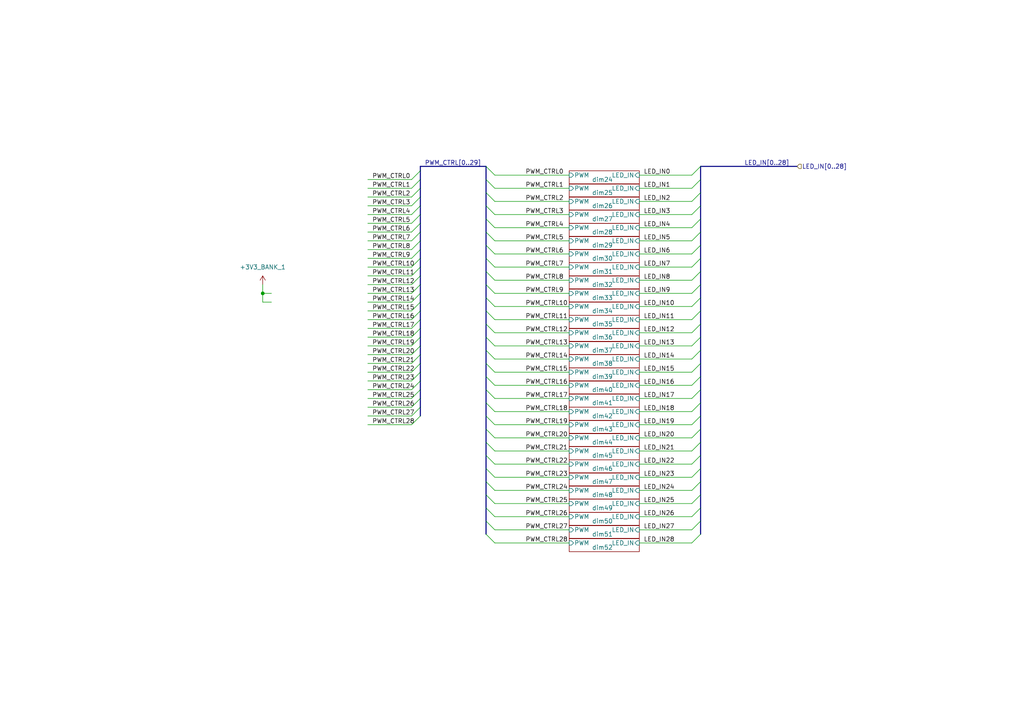
<source format=kicad_sch>
(kicad_sch (version 20231120) (generator "eeschema") (generator_version "8.0")
  (paper "A4")
  (lib_symbols
    (symbol "power:+3V3" (power) (pin_numbers hide) (pin_names (offset 0) hide)
      (property "Value" "+3V3" (at 0 3.556 0))
      (symbol "+3V3_0_1"
        (polyline (pts (xy -0.762 1.27) (xy 0 2.54)))
        (polyline (pts (xy 0 0) (xy 0 2.54)))
        (polyline (pts (xy 0 2.54) (xy 0.762 1.27)))
      )
      (symbol "+3V3_1_1"
        (pin power_in line (at 0 0 90) (length 0) (name "~") (number "1"))
      )
    )
  )
  (junction (at 76.2 85.09))
  (bus_entry (at 121.92 62.23) (size -2.54 2.54))
  (bus_entry (at 203.2 132.08) (size -2.54 2.54))
  (bus_entry (at 121.92 110.49) (size -2.54 2.54))
  (bus_entry (at 140.97 105.41) (size 2.54 2.54))
  (bus_entry (at 140.97 143.51) (size 2.54 2.54))
  (bus_entry (at 140.97 97.79) (size 2.54 2.54))
  (bus_entry (at 203.2 86.36) (size -2.54 2.54))
  (bus_entry (at 121.92 54.61) (size -2.54 2.54))
  (bus_entry (at 203.2 67.31) (size -2.54 2.54))
  (bus_entry (at 121.92 97.79) (size -2.54 2.54))
  (bus_entry (at 121.92 52.07) (size -2.54 2.54))
  (bus_entry (at 121.92 80.01) (size -2.54 2.54))
  (bus_entry (at 140.97 52.07) (size 2.54 2.54))
  (bus_entry (at 203.2 59.69) (size -2.54 2.54))
  (bus_entry (at 140.97 74.93) (size 2.54 2.54))
  (bus_entry (at 140.97 93.98) (size 2.54 2.54))
  (bus_entry (at 140.97 59.69) (size 2.54 2.54))
  (bus_entry (at 121.92 100.33) (size -2.54 2.54))
  (bus_entry (at 203.2 116.84) (size -2.54 2.54))
  (bus_entry (at 121.92 92.71) (size -2.54 2.54))
  (bus_entry (at 140.97 154.94) (size 2.54 2.54))
  (bus_entry (at 121.92 77.47) (size -2.54 2.54))
  (bus_entry (at 203.2 63.5) (size -2.54 2.54))
  (bus_entry (at 140.97 124.46) (size 2.54 2.54))
  (bus_entry (at 203.2 48.26) (size -2.54 2.54))
  (bus_entry (at 203.2 93.98) (size -2.54 2.54))
  (bus_entry (at 121.92 67.31) (size -2.54 2.54))
  (bus_entry (at 121.92 85.09) (size -2.54 2.54))
  (bus_entry (at 121.92 57.15) (size -2.54 2.54))
  (bus_entry (at 203.2 151.13) (size -2.54 2.54))
  (bus_entry (at 203.2 55.88) (size -2.54 2.54))
  (bus_entry (at 140.97 101.6) (size 2.54 2.54))
  (bus_entry (at 140.97 113.03) (size 2.54 2.54))
  (bus_entry (at 121.92 74.93) (size -2.54 2.54))
  (bus_entry (at 140.97 139.7) (size 2.54 2.54))
  (bus_entry (at 121.92 105.41) (size -2.54 2.54))
  (bus_entry (at 140.97 67.31) (size 2.54 2.54))
  (bus_entry (at 203.2 74.93) (size -2.54 2.54))
  (bus_entry (at 121.92 107.95) (size -2.54 2.54))
  (bus_entry (at 121.92 102.87) (size -2.54 2.54))
  (bus_entry (at 140.97 135.89) (size 2.54 2.54))
  (bus_entry (at 203.2 143.51) (size -2.54 2.54))
  (bus_entry (at 203.2 113.03) (size -2.54 2.54))
  (bus_entry (at 140.97 116.84) (size 2.54 2.54))
  (bus_entry (at 203.2 82.55) (size -2.54 2.54))
  (bus_entry (at 203.2 147.32) (size -2.54 2.54))
  (bus_entry (at 140.97 55.88) (size 2.54 2.54))
  (bus_entry (at 121.92 59.69) (size -2.54 2.54))
  (bus_entry (at 203.2 154.94) (size -2.54 2.54))
  (bus_entry (at 140.97 132.08) (size 2.54 2.54))
  (bus_entry (at 121.92 90.17) (size -2.54 2.54))
  (bus_entry (at 140.97 128.27) (size 2.54 2.54))
  (bus_entry (at 203.2 128.27) (size -2.54 2.54))
  (bus_entry (at 140.97 82.55) (size 2.54 2.54))
  (bus_entry (at 121.92 64.77) (size -2.54 2.54))
  (bus_entry (at 140.97 147.32) (size 2.54 2.54))
  (bus_entry (at 203.2 120.65) (size -2.54 2.54))
  (bus_entry (at 140.97 86.36) (size 2.54 2.54))
  (bus_entry (at 121.92 113.03) (size -2.54 2.54))
  (bus_entry (at 203.2 101.6) (size -2.54 2.54))
  (bus_entry (at 140.97 48.26) (size 2.54 2.54))
  (bus_entry (at 140.97 151.13) (size 2.54 2.54))
  (bus_entry (at 203.2 105.41) (size -2.54 2.54))
  (bus_entry (at 140.97 109.22) (size 2.54 2.54))
  (bus_entry (at 121.92 87.63) (size -2.54 2.54))
  (bus_entry (at 121.92 120.65) (size -2.54 2.54))
  (bus_entry (at 140.97 90.17) (size 2.54 2.54))
  (bus_entry (at 203.2 135.89) (size -2.54 2.54))
  (bus_entry (at 121.92 115.57) (size -2.54 2.54))
  (bus_entry (at 121.92 95.25) (size -2.54 2.54))
  (bus_entry (at 203.2 71.12) (size -2.54 2.54))
  (bus_entry (at 203.2 109.22) (size -2.54 2.54))
  (bus_entry (at 140.97 78.74) (size 2.54 2.54))
  (bus_entry (at 203.2 139.7) (size -2.54 2.54))
  (bus_entry (at 140.97 63.5) (size 2.54 2.54))
  (bus_entry (at 121.92 118.11) (size -2.54 2.54))
  (bus_entry (at 203.2 90.17) (size -2.54 2.54))
  (bus_entry (at 203.2 97.79) (size -2.54 2.54))
  (bus_entry (at 140.97 71.12) (size 2.54 2.54))
  (bus_entry (at 140.97 120.65) (size 2.54 2.54))
  (bus_entry (at 121.92 49.53) (size -2.54 2.54))
  (bus_entry (at 121.92 69.85) (size -2.54 2.54))
  (bus_entry (at 203.2 78.74) (size -2.54 2.54))
  (bus_entry (at 203.2 124.46) (size -2.54 2.54))
  (bus_entry (at 121.92 72.39) (size -2.54 2.54))
  (bus_entry (at 121.92 82.55) (size -2.54 2.54))
  (bus_entry (at 203.2 52.07) (size -2.54 2.54))
  (bus (pts (xy 121.92 48.26) (xy 140.97 48.26)))
  (wire (pts (xy 106.68 92.71) (xy 119.38 92.71)))
  (bus (pts (xy 203.2 63.5) (xy 203.2 59.69)))
  (wire (pts (xy 185.42 130.81) (xy 200.66 130.81)))
  (wire (pts (xy 106.68 64.77) (xy 119.38 64.77)))
  (wire (pts (xy 106.68 97.79) (xy 119.38 97.79)))
  (bus (pts (xy 140.97 151.13) (xy 140.97 154.94)))
  (wire (pts (xy 185.42 123.19) (xy 200.66 123.19)))
  (bus (pts (xy 203.2 116.84) (xy 203.2 113.03)))
  (bus (pts (xy 140.97 82.55) (xy 140.97 86.36)))
  (bus (pts (xy 140.97 93.98) (xy 140.97 97.79)))
  (bus (pts (xy 121.92 64.77) (xy 121.92 67.31)))
  (wire (pts (xy 185.42 153.67) (xy 200.66 153.67)))
  (wire (pts (xy 106.68 52.07) (xy 119.38 52.07)))
  (wire (pts (xy 185.42 92.71) (xy 200.66 92.71)))
  (bus (pts (xy 140.97 67.31) (xy 140.97 71.12)))
  (wire (pts (xy 185.42 54.61) (xy 200.66 54.61)))
  (bus (pts (xy 140.97 78.74) (xy 140.97 82.55)))
  (bus (pts (xy 140.97 143.51) (xy 140.97 147.32)))
  (bus (pts (xy 121.92 105.41) (xy 121.92 107.95)))
  (wire (pts (xy 106.68 80.01) (xy 119.38 80.01)))
  (wire (pts (xy 106.68 82.55) (xy 119.38 82.55)))
  (bus (pts (xy 140.97 147.32) (xy 140.97 151.13)))
  (bus (pts (xy 121.92 62.23) (xy 121.92 64.77)))
  (wire (pts (xy 143.51 138.43) (xy 165.1 138.43)))
  (wire (pts (xy 143.51 69.85) (xy 165.1 69.85)))
  (bus (pts (xy 203.2 97.79) (xy 203.2 93.98)))
  (wire (pts (xy 106.68 107.95) (xy 119.38 107.95)))
  (wire (pts (xy 143.51 92.71) (xy 165.1 92.71)))
  (bus (pts (xy 203.2 128.27) (xy 203.2 124.46)))
  (bus (pts (xy 140.97 139.7) (xy 140.97 143.51)))
  (bus (pts (xy 203.2 52.07) (xy 203.2 48.26)))
  (bus (pts (xy 140.97 132.08) (xy 140.97 135.89)))
  (wire (pts (xy 106.68 90.17) (xy 119.38 90.17)))
  (wire (pts (xy 106.68 105.41) (xy 119.38 105.41)))
  (bus (pts (xy 203.2 109.22) (xy 203.2 105.41)))
  (wire (pts (xy 185.42 66.04) (xy 200.66 66.04)))
  (wire (pts (xy 78.74 87.63) (xy 76.2 87.63)))
  (bus (pts (xy 203.2 74.93) (xy 203.2 71.12)))
  (wire (pts (xy 185.42 77.47) (xy 200.66 77.47)))
  (bus (pts (xy 140.97 48.26) (xy 140.97 52.07)))
  (wire (pts (xy 143.51 153.67) (xy 165.1 153.67)))
  (bus (pts (xy 140.97 86.36) (xy 140.97 90.17)))
  (bus (pts (xy 203.2 78.74) (xy 203.2 74.93)))
  (wire (pts (xy 106.68 102.87) (xy 119.38 102.87)))
  (wire (pts (xy 106.68 113.03) (xy 119.38 113.03)))
  (wire (pts (xy 143.51 149.86) (xy 165.1 149.86)))
  (wire (pts (xy 106.68 54.61) (xy 119.38 54.61)))
  (wire (pts (xy 143.51 100.33) (xy 165.1 100.33)))
  (wire (pts (xy 106.68 72.39) (xy 119.38 72.39)))
  (wire (pts (xy 143.51 73.66) (xy 165.1 73.66)))
  (wire (pts (xy 143.51 142.24) (xy 165.1 142.24)))
  (wire (pts (xy 185.42 50.8) (xy 200.66 50.8)))
  (bus (pts (xy 140.97 71.12) (xy 140.97 74.93)))
  (bus (pts (xy 121.92 100.33) (xy 121.92 102.87)))
  (wire (pts (xy 185.42 104.14) (xy 200.66 104.14)))
  (wire (pts (xy 185.42 127) (xy 200.66 127)))
  (wire (pts (xy 143.51 96.52) (xy 165.1 96.52)))
  (wire (pts (xy 185.42 111.76) (xy 200.66 111.76)))
  (wire (pts (xy 106.68 118.11) (xy 119.38 118.11)))
  (wire (pts (xy 106.68 85.09) (xy 119.38 85.09)))
  (bus (pts (xy 140.97 55.88) (xy 140.97 59.69)))
  (wire (pts (xy 143.51 107.95) (xy 165.1 107.95)))
  (wire (pts (xy 185.42 81.28) (xy 200.66 81.28)))
  (bus (pts (xy 121.92 118.11) (xy 121.92 120.65)))
  (wire (pts (xy 106.68 95.25) (xy 119.38 95.25)))
  (bus (pts (xy 121.92 69.85) (xy 121.92 72.39)))
  (wire (pts (xy 143.51 111.76) (xy 165.1 111.76)))
  (bus (pts (xy 203.2 113.03) (xy 203.2 109.22)))
  (wire (pts (xy 143.51 134.62) (xy 165.1 134.62)))
  (wire (pts (xy 76.2 85.09) (xy 76.2 87.63)))
  (wire (pts (xy 106.68 100.33) (xy 119.38 100.33)))
  (bus (pts (xy 140.97 52.07) (xy 140.97 55.88)))
  (bus (pts (xy 140.97 113.03) (xy 140.97 116.84)))
  (wire (pts (xy 106.68 123.19) (xy 119.38 123.19)))
  (wire (pts (xy 106.68 74.93) (xy 119.38 74.93)))
  (wire (pts (xy 185.42 134.62) (xy 200.66 134.62)))
  (bus (pts (xy 140.97 120.65) (xy 140.97 124.46)))
  (wire (pts (xy 185.42 85.09) (xy 200.66 85.09)))
  (bus (pts (xy 121.92 95.25) (xy 121.92 97.79)))
  (wire (pts (xy 143.51 54.61) (xy 165.1 54.61)))
  (wire (pts (xy 143.51 85.09) (xy 165.1 85.09)))
  (bus (pts (xy 203.2 120.65) (xy 203.2 116.84)))
  (wire (pts (xy 106.68 57.15) (xy 119.38 57.15)))
  (bus (pts (xy 140.97 63.5) (xy 140.97 67.31)))
  (bus (pts (xy 121.92 80.01) (xy 121.92 82.55)))
  (bus (pts (xy 140.97 124.46) (xy 140.97 128.27)))
  (wire (pts (xy 143.51 88.9) (xy 165.1 88.9)))
  (wire (pts (xy 76.2 85.09) (xy 78.74 85.09)))
  (bus (pts (xy 140.97 90.17) (xy 140.97 93.98)))
  (wire (pts (xy 143.51 130.81) (xy 165.1 130.81)))
  (wire (pts (xy 185.42 142.24) (xy 200.66 142.24)))
  (wire (pts (xy 143.51 157.48) (xy 165.1 157.48)))
  (wire (pts (xy 143.51 77.47) (xy 165.1 77.47)))
  (wire (pts (xy 106.68 110.49) (xy 119.38 110.49)))
  (bus (pts (xy 140.97 109.22) (xy 140.97 113.03)))
  (bus (pts (xy 121.92 52.07) (xy 121.92 54.61)))
  (bus (pts (xy 121.92 67.31) (xy 121.92 69.85)))
  (wire (pts (xy 185.42 119.38) (xy 200.66 119.38)))
  (wire (pts (xy 185.42 138.43) (xy 200.66 138.43)))
  (bus (pts (xy 121.92 102.87) (xy 121.92 105.41)))
  (bus (pts (xy 140.97 101.6) (xy 140.97 105.41)))
  (wire (pts (xy 185.42 107.95) (xy 200.66 107.95)))
  (bus (pts (xy 203.2 82.55) (xy 203.2 78.74)))
  (bus (pts (xy 140.97 74.93) (xy 140.97 78.74)))
  (wire (pts (xy 106.68 77.47) (xy 119.38 77.47)))
  (bus (pts (xy 121.92 92.71) (xy 121.92 95.25)))
  (wire (pts (xy 185.42 69.85) (xy 200.66 69.85)))
  (bus (pts (xy 203.2 101.6) (xy 203.2 97.79)))
  (bus (pts (xy 140.97 59.69) (xy 140.97 63.5)))
  (wire (pts (xy 143.51 62.23) (xy 165.1 62.23)))
  (bus (pts (xy 140.97 135.89) (xy 140.97 139.7)))
  (bus (pts (xy 203.2 132.08) (xy 203.2 128.27)))
  (bus (pts (xy 203.2 67.31) (xy 203.2 63.5)))
  (bus (pts (xy 140.97 97.79) (xy 140.97 101.6)))
  (bus (pts (xy 121.92 97.79) (xy 121.92 100.33)))
  (wire (pts (xy 185.42 58.42) (xy 200.66 58.42)))
  (wire (pts (xy 143.51 115.57) (xy 165.1 115.57)))
  (wire (pts (xy 143.51 104.14) (xy 165.1 104.14)))
  (bus (pts (xy 203.2 124.46) (xy 203.2 120.65)))
  (bus (pts (xy 203.2 48.26) (xy 231.14 48.26)))
  (bus (pts (xy 121.92 107.95) (xy 121.92 110.49)))
  (wire (pts (xy 106.68 87.63) (xy 119.38 87.63)))
  (wire (pts (xy 143.51 50.8) (xy 165.1 50.8)))
  (wire (pts (xy 76.2 82.55) (xy 76.2 85.09)))
  (bus (pts (xy 121.92 85.09) (xy 121.92 87.63)))
  (bus (pts (xy 203.2 105.41) (xy 203.2 101.6)))
  (wire (pts (xy 143.51 123.19) (xy 165.1 123.19)))
  (bus (pts (xy 140.97 116.84) (xy 140.97 120.65)))
  (wire (pts (xy 185.42 73.66) (xy 200.66 73.66)))
  (wire (pts (xy 185.42 100.33) (xy 200.66 100.33)))
  (bus (pts (xy 121.92 82.55) (xy 121.92 85.09)))
  (bus (pts (xy 203.2 135.89) (xy 203.2 139.7)))
  (wire (pts (xy 143.51 146.05) (xy 165.1 146.05)))
  (bus (pts (xy 203.2 59.69) (xy 203.2 55.88)))
  (bus (pts (xy 121.92 115.57) (xy 121.92 118.11)))
  (wire (pts (xy 106.68 59.69) (xy 119.38 59.69)))
  (wire (pts (xy 185.42 146.05) (xy 200.66 146.05)))
  (bus (pts (xy 203.2 143.51) (xy 203.2 147.32)))
  (wire (pts (xy 106.68 120.65) (xy 119.38 120.65)))
  (bus (pts (xy 121.92 57.15) (xy 121.92 59.69)))
  (wire (pts (xy 106.68 67.31) (xy 119.38 67.31)))
  (bus (pts (xy 140.97 128.27) (xy 140.97 132.08)))
  (bus (pts (xy 203.2 71.12) (xy 203.2 67.31)))
  (wire (pts (xy 106.68 62.23) (xy 119.38 62.23)))
  (wire (pts (xy 143.51 58.42) (xy 165.1 58.42)))
  (bus (pts (xy 203.2 135.89) (xy 203.2 132.08)))
  (bus (pts (xy 121.92 54.61) (xy 121.92 57.15)))
  (wire (pts (xy 143.51 119.38) (xy 165.1 119.38)))
  (wire (pts (xy 185.42 62.23) (xy 200.66 62.23)))
  (bus (pts (xy 203.2 93.98) (xy 203.2 90.17)))
  (bus (pts (xy 121.92 74.93) (xy 121.92 77.47)))
  (wire (pts (xy 185.42 149.86) (xy 200.66 149.86)))
  (bus (pts (xy 203.2 55.88) (xy 203.2 52.07)))
  (bus (pts (xy 121.92 113.03) (xy 121.92 115.57)))
  (wire (pts (xy 143.51 127) (xy 165.1 127)))
  (bus (pts (xy 140.97 105.41) (xy 140.97 109.22)))
  (wire (pts (xy 185.42 157.48) (xy 200.66 157.48)))
  (bus (pts (xy 121.92 87.63) (xy 121.92 90.17)))
  (bus (pts (xy 203.2 147.32) (xy 203.2 151.13)))
  (wire (pts (xy 185.42 115.57) (xy 200.66 115.57)))
  (wire (pts (xy 185.42 88.9) (xy 200.66 88.9)))
  (bus (pts (xy 121.92 72.39) (xy 121.92 74.93)))
  (bus (pts (xy 203.2 139.7) (xy 203.2 143.51)))
  (wire (pts (xy 106.68 69.85) (xy 119.38 69.85)))
  (bus (pts (xy 121.92 48.26) (xy 121.92 49.53)))
  (bus (pts (xy 121.92 77.47) (xy 121.92 80.01)))
  (bus (pts (xy 203.2 86.36) (xy 203.2 82.55)))
  (wire (pts (xy 106.68 115.57) (xy 119.38 115.57)))
  (bus (pts (xy 121.92 90.17) (xy 121.92 92.71)))
  (wire (pts (xy 185.42 96.52) (xy 200.66 96.52)))
  (bus (pts (xy 121.92 59.69) (xy 121.92 62.23)))
  (wire (pts (xy 143.51 81.28) (xy 165.1 81.28)))
  (bus (pts (xy 203.2 90.17) (xy 203.2 86.36)))
  (wire (pts (xy 143.51 66.04) (xy 165.1 66.04)))
  (bus (pts (xy 121.92 110.49) (xy 121.92 113.03)))
  (bus (pts (xy 121.92 49.53) (xy 121.92 52.07)))
  (bus (pts (xy 203.2 151.13) (xy 203.2 154.94)))
  (label "LED_IN28" (at 186.69 157.48 0))
  (label "PWM_CTRL16" (at 107.95 92.71 0))
  (label "LED_IN14" (at 186.69 104.14 0))
  (label "PWM_CTRL28" (at 107.95 123.19 0))
  (label "LED_IN17" (at 186.69 115.57 0))
  (label "PWM_CTRL7" (at 107.95 69.85 0))
  (label "PWM_CTRL27" (at 152.4 153.67 0))
  (label "LED_IN8" (at 186.69 81.28 0))
  (label "LED_IN6" (at 186.69 73.66 0))
  (label "PWM_CTRL25" (at 152.4 146.05 0))
  (label "PWM_CTRL19" (at 152.4 123.19 0))
  (label "PWM_CTRL10" (at 152.4 88.9 0))
  (label "PWM_CTRL25" (at 107.95 115.57 0))
  (label "LED_IN3" (at 186.69 62.23 0))
  (label "LED_IN23" (at 186.69 138.43 0))
  (label "PWM_CTRL4" (at 152.4 66.04 0))
  (label "PWM_CTRL15" (at 107.95 90.17 0))
  (label "PWM_CTRL16" (at 152.4 111.76 0))
  (label "LED_IN22" (at 186.69 134.62 0))
  (label "LED_IN2" (at 186.69 58.42 0))
  (label "PWM_CTRL9" (at 107.95 74.93 0))
  (label "PWM_CTRL24" (at 107.95 113.03 0))
  (label "PWM_CTRL18" (at 107.95 97.79 0))
  (label "PWM_CTRL0" (at 152.4 50.8 0))
  (label "PWM_CTRL21" (at 107.95 105.41 0))
  (label "PWM_CTRL11" (at 152.4 92.71 0))
  (label "PWM_CTRL2" (at 152.4 58.42 0))
  (label "LED_IN27" (at 186.69 153.67 0))
  (label "LED_IN11" (at 186.69 92.71 0))
  (label "PWM_CTRL26" (at 107.95 118.11 0))
  (label "LED_IN[0..28]" (at 215.9 48.26 0))
  (label "PWM_CTRL14" (at 107.95 87.63 0))
  (label "PWM_CTRL15" (at 152.4 107.95 0))
  (label "PWM_CTRL6" (at 107.95 67.31 0))
  (label "PWM_CTRL17" (at 107.95 95.25 0))
  (label "PWM_CTRL5" (at 152.4 69.85 0))
  (label "PWM_CTRL7" (at 152.4 77.47 0))
  (label "LED_IN7" (at 186.69 77.47 0))
  (label "PWM_CTRL13" (at 152.4 100.33 0))
  (label "PWM_CTRL26" (at 152.4 149.86 0))
  (label "PWM_CTRL1" (at 152.4 54.61 0))
  (label "LED_IN19" (at 186.69 123.19 0))
  (label "LED_IN9" (at 186.69 85.09 0))
  (label "PWM_CTRL24" (at 152.4 142.24 0))
  (label "PWM_CTRL20" (at 152.4 127 0))
  (label "LED_IN25" (at 186.69 146.05 0))
  (label "PWM_CTRL8" (at 152.4 81.28 0))
  (label "LED_IN13" (at 186.69 100.33 0))
  (label "PWM_CTRL14" (at 152.4 104.14 0))
  (label "LED_IN26" (at 186.69 149.86 0))
  (label "PWM_CTRL5" (at 107.95 64.77 0))
  (label "PWM_CTRL1" (at 107.95 54.61 0))
  (label "PWM_CTRL23" (at 107.95 110.49 0))
  (label "PWM_CTRL8" (at 107.95 72.39 0))
  (label "PWM_CTRL12" (at 107.95 82.55 0))
  (label "PWM_CTRL2" (at 107.95 57.15 0))
  (label "PWM_CTRL22" (at 107.95 107.95 0))
  (label "PWM_CTRL10" (at 107.95 77.47 0))
  (label "PWM_CTRL4" (at 107.95 62.23 0))
  (label "LED_IN24" (at 186.69 142.24 0))
  (label "PWM_CTRL20" (at 107.95 102.87 0))
  (label "PWM_CTRL9" (at 152.4 85.09 0))
  (label "LED_IN12" (at 186.69 96.52 0))
  (label "PWM_CTRL27" (at 107.95 120.65 0))
  (label "PWM_CTRL11" (at 107.95 80.01 0))
  (label "PWM_CTRL0" (at 107.95 52.07 0))
  (label "PWM_CTRL17" (at 152.4 115.57 0))
  (label "LED_IN4" (at 186.69 66.04 0))
  (label "PWM_CTRL12" (at 152.4 96.52 0))
  (label "LED_IN15" (at 186.69 107.95 0))
  (label "LED_IN18" (at 186.69 119.38 0))
  (label "PWM_CTRL19" (at 107.95 100.33 0))
  (label "PWM_CTRL28" (at 152.4 157.48 0))
  (label "LED_IN5" (at 186.69 69.85 0))
  (label "PWM_CTRL3" (at 152.4 62.23 0))
  (label "PWM_CTRL22" (at 152.4 134.62 0))
  (label "PWM_CTRL[0..29]" (at 123.19 48.26 0))
  (label "PWM_CTRL18" (at 152.4 119.38 0))
  (label "PWM_CTRL21" (at 152.4 130.81 0))
  (label "LED_IN0" (at 186.69 50.8 0))
  (label "PWM_CTRL23" (at 152.4 138.43 0))
  (label "LED_IN21" (at 186.69 130.81 0))
  (label "LED_IN10" (at 186.69 88.9 0))
  (label "LED_IN20" (at 186.69 127 0))
  (label "PWM_CTRL6" (at 152.4 73.66 0))
  (label "LED_IN16" (at 186.69 111.76 0))
  (label "PWM_CTRL3" (at 107.95 59.69 0))
  (label "PWM_CTRL13" (at 107.95 85.09 0))
  (label "LED_IN1" (at 186.69 54.61 0))
  (hierarchical_label "LED_IN[0..28]" (shape input) (at 231.14 48.26 0))
  (symbol (lib_id "power:+3V3") (at 76.2 82.55 0) (unit 1)
    (property "Reference" "#PWR091" (effects (hide yes)))
    (property "Value" "+3V3_BANK_1" (at 76.2 77.47 0))
    (property "Description" "Power symbol creates a global label with name \"+3V3\"" (effects (hide yes)))
  )
  (sheet (at 165.1 53.34) (size 20.32 3.81) (stroke (width 0.1524))
    (property "Sheetname" "dim25" (at 171.704 56.642 0) (effects (justify left bottom)))
    (property "Sheetfile" "dim.kicad_sch" (effects (hide yes)))
    (pin "LED_IN" input (at 185.42 54.61 0))
    (pin "PWM" input (at 165.1 54.61 180))
  )
  (sheet (at 165.1 118.11) (size 20.32 3.81) (stroke (width 0.1524))
    (property "Sheetname" "dim42" (at 171.704 121.412 0) (effects (justify left bottom)))
    (property "Sheetfile" "dim.kicad_sch" (effects (hide yes)))
    (pin "LED_IN" input (at 185.42 119.38 0))
    (pin "PWM" input (at 165.1 119.38 180))
  )
  (sheet (at 165.1 57.15) (size 20.32 3.81) (stroke (width 0.1524))
    (property "Sheetname" "dim26" (at 171.704 60.452 0) (effects (justify left bottom)))
    (property "Sheetfile" "dim.kicad_sch" (effects (hide yes)))
    (pin "LED_IN" input (at 185.42 58.42 0))
    (pin "PWM" input (at 165.1 58.42 180))
  )
  (sheet (at 165.1 106.68) (size 20.32 3.81) (stroke (width 0.1524))
    (property "Sheetname" "dim39" (at 171.704 109.982 0) (effects (justify left bottom)))
    (property "Sheetfile" "dim.kicad_sch" (effects (hide yes)))
    (pin "LED_IN" input (at 185.42 107.95 0))
    (pin "PWM" input (at 165.1 107.95 180))
  )
  (sheet (at 165.1 110.49) (size 20.32 3.81) (stroke (width 0.1524))
    (property "Sheetname" "dim40" (at 171.704 113.792 0) (effects (justify left bottom)))
    (property "Sheetfile" "dim.kicad_sch" (effects (hide yes)))
    (pin "LED_IN" input (at 185.42 111.76 0))
    (pin "PWM" input (at 165.1 111.76 180))
  )
  (sheet (at 165.1 140.97) (size 20.32 3.81) (stroke (width 0.1524))
    (property "Sheetname" "dim48" (at 171.704 144.272 0) (effects (justify left bottom)))
    (property "Sheetfile" "dim.kicad_sch" (effects (hide yes)))
    (pin "LED_IN" input (at 185.42 142.24 0))
    (pin "PWM" input (at 165.1 142.24 180))
  )
  (sheet (at 165.1 49.53) (size 20.32 3.81) (stroke (width 0.1524))
    (property "Sheetname" "dim24" (at 171.704 52.832 0) (effects (justify left bottom)))
    (property "Sheetfile" "dim.kicad_sch" (effects (hide yes)))
    (pin "LED_IN" input (at 185.42 50.8 0))
    (pin "PWM" input (at 165.1 50.8 180))
  )
  (sheet (at 165.1 99.06) (size 20.32 3.81) (stroke (width 0.1524))
    (property "Sheetname" "dim37" (at 171.704 102.362 0) (effects (justify left bottom)))
    (property "Sheetfile" "dim.kicad_sch" (effects (hide yes)))
    (pin "LED_IN" input (at 185.42 100.33 0))
    (pin "PWM" input (at 165.1 100.33 180))
  )
  (sheet (at 165.1 60.96) (size 20.32 3.81) (stroke (width 0.1524))
    (property "Sheetname" "dim27" (at 171.704 64.262 0) (effects (justify left bottom)))
    (property "Sheetfile" "dim.kicad_sch" (effects (hide yes)))
    (pin "LED_IN" input (at 185.42 62.23 0))
    (pin "PWM" input (at 165.1 62.23 180))
  )
  (sheet (at 165.1 144.78) (size 20.32 3.81) (stroke (width 0.1524))
    (property "Sheetname" "dim49" (at 171.704 148.082 0) (effects (justify left bottom)))
    (property "Sheetfile" "dim.kicad_sch" (effects (hide yes)))
    (pin "LED_IN" input (at 185.42 146.05 0))
    (pin "PWM" input (at 165.1 146.05 180))
  )
  (sheet (at 165.1 114.3) (size 20.32 3.81) (stroke (width 0.1524))
    (property "Sheetname" "dim41" (at 171.704 117.602 0) (effects (justify left bottom)))
    (property "Sheetfile" "dim.kicad_sch" (effects (hide yes)))
    (pin "LED_IN" input (at 185.42 115.57 0))
    (pin "PWM" input (at 165.1 115.57 180))
  )
  (sheet (at 165.1 129.54) (size 20.32 3.81) (stroke (width 0.1524))
    (property "Sheetname" "dim45" (at 171.704 132.842 0) (effects (justify left bottom)))
    (property "Sheetfile" "dim.kicad_sch" (effects (hide yes)))
    (pin "LED_IN" input (at 185.42 130.81 0))
    (pin "PWM" input (at 165.1 130.81 180))
  )
  (sheet (at 165.1 102.87) (size 20.32 3.81) (stroke (width 0.1524))
    (property "Sheetname" "dim38" (at 171.704 106.172 0) (effects (justify left bottom)))
    (property "Sheetfile" "dim.kicad_sch" (effects (hide yes)))
    (pin "LED_IN" input (at 185.42 104.14 0))
    (pin "PWM" input (at 165.1 104.14 180))
  )
  (sheet (at 165.1 91.44) (size 20.32 3.81) (stroke (width 0.1524))
    (property "Sheetname" "dim35" (at 171.704 94.742 0) (effects (justify left bottom)))
    (property "Sheetfile" "dim.kicad_sch" (effects (hide yes)))
    (pin "LED_IN" input (at 185.42 92.71 0))
    (pin "PWM" input (at 165.1 92.71 180))
  )
  (sheet (at 165.1 64.77) (size 20.32 3.81) (stroke (width 0.1524))
    (property "Sheetname" "dim28" (at 171.704 68.072 0) (effects (justify left bottom)))
    (property "Sheetfile" "dim.kicad_sch" (effects (hide yes)))
    (pin "LED_IN" input (at 185.42 66.04 0))
    (pin "PWM" input (at 165.1 66.04 180))
  )
  (sheet (at 165.1 156.21) (size 20.32 3.81) (stroke (width 0.1524))
    (property "Sheetname" "dim52" (at 171.704 159.512 0) (effects (justify left bottom)))
    (property "Sheetfile" "dim.kicad_sch" (effects (hide yes)))
    (pin "LED_IN" input (at 185.42 157.48 0))
    (pin "PWM" input (at 165.1 157.48 180))
  )
  (sheet (at 165.1 152.4) (size 20.32 3.81) (stroke (width 0.1524))
    (property "Sheetname" "dim51" (at 171.704 155.702 0) (effects (justify left bottom)))
    (property "Sheetfile" "dim.kicad_sch" (effects (hide yes)))
    (pin "LED_IN" input (at 185.42 153.67 0))
    (pin "PWM" input (at 165.1 153.67 180))
  )
  (sheet (at 165.1 121.92) (size 20.32 3.81) (stroke (width 0.1524))
    (property "Sheetname" "dim43" (at 171.704 125.222 0) (effects (justify left bottom)))
    (property "Sheetfile" "dim.kicad_sch" (effects (hide yes)))
    (pin "LED_IN" input (at 185.42 123.19 0))
    (pin "PWM" input (at 165.1 123.19 180))
  )
  (sheet (at 165.1 83.82) (size 20.32 3.81) (stroke (width 0.1524))
    (property "Sheetname" "dim33" (at 171.704 87.122 0) (effects (justify left bottom)))
    (property "Sheetfile" "dim.kicad_sch" (effects (hide yes)))
    (pin "LED_IN" input (at 185.42 85.09 0))
    (pin "PWM" input (at 165.1 85.09 180))
  )
  (sheet (at 165.1 125.73) (size 20.32 3.81) (stroke (width 0.1524))
    (property "Sheetname" "dim44" (at 171.704 129.032 0) (effects (justify left bottom)))
    (property "Sheetfile" "dim.kicad_sch" (effects (hide yes)))
    (pin "LED_IN" input (at 185.42 127 0))
    (pin "PWM" input (at 165.1 127 180))
  )
  (sheet (at 165.1 72.39) (size 20.32 3.81) (stroke (width 0.1524))
    (property "Sheetname" "dim30" (at 171.704 75.692 0) (effects (justify left bottom)))
    (property "Sheetfile" "dim.kicad_sch" (effects (hide yes)))
    (pin "LED_IN" input (at 185.42 73.66 0))
    (pin "PWM" input (at 165.1 73.66 180))
  )
  (sheet (at 165.1 68.58) (size 20.32 3.81) (stroke (width 0.1524))
    (property "Sheetname" "dim29" (at 171.704 71.882 0) (effects (justify left bottom)))
    (property "Sheetfile" "dim.kicad_sch" (effects (hide yes)))
    (pin "LED_IN" input (at 185.42 69.85 0))
    (pin "PWM" input (at 165.1 69.85 180))
  )
  (sheet (at 165.1 133.35) (size 20.32 3.81) (stroke (width 0.1524))
    (property "Sheetname" "dim46" (at 171.704 136.652 0) (effects (justify left bottom)))
    (property "Sheetfile" "dim.kicad_sch" (effects (hide yes)))
    (pin "LED_IN" input (at 185.42 134.62 0))
    (pin "PWM" input (at 165.1 134.62 180))
  )
  (sheet (at 165.1 137.16) (size 20.32 3.81) (stroke (width 0.1524))
    (property "Sheetname" "dim47" (at 171.704 140.462 0) (effects (justify left bottom)))
    (property "Sheetfile" "dim.kicad_sch" (effects (hide yes)))
    (pin "LED_IN" input (at 185.42 138.43 0))
    (pin "PWM" input (at 165.1 138.43 180))
  )
  (sheet (at 165.1 148.59) (size 20.32 3.81) (stroke (width 0.1524))
    (property "Sheetname" "dim50" (at 171.704 151.892 0) (effects (justify left bottom)))
    (property "Sheetfile" "dim.kicad_sch" (effects (hide yes)))
    (pin "LED_IN" input (at 185.42 149.86 0))
    (pin "PWM" input (at 165.1 149.86 180))
  )
  (sheet (at 165.1 95.25) (size 20.32 3.81) (stroke (width 0.1524))
    (property "Sheetname" "dim36" (at 171.704 98.552 0) (effects (justify left bottom)))
    (property "Sheetfile" "dim.kicad_sch" (effects (hide yes)))
    (pin "LED_IN" input (at 185.42 96.52 0))
    (pin "PWM" input (at 165.1 96.52 180))
  )
  (sheet (at 165.1 80.01) (size 20.32 3.81) (stroke (width 0.1524))
    (property "Sheetname" "dim32" (at 171.704 83.312 0) (effects (justify left bottom)))
    (property "Sheetfile" "dim.kicad_sch" (effects (hide yes)))
    (pin "LED_IN" input (at 185.42 81.28 0))
    (pin "PWM" input (at 165.1 81.28 180))
  )
  (sheet (at 165.1 87.63) (size 20.32 3.81) (stroke (width 0.1524))
    (property "Sheetname" "dim34" (at 171.704 90.932 0) (effects (justify left bottom)))
    (property "Sheetfile" "dim.kicad_sch" (effects (hide yes)))
    (pin "LED_IN" input (at 185.42 88.9 0))
    (pin "PWM" input (at 165.1 88.9 180))
  )
  (sheet (at 165.1 76.2) (size 20.32 3.81) (stroke (width 0.1524))
    (property "Sheetname" "dim31" (at 171.704 79.502 0) (effects (justify left bottom)))
    (property "Sheetfile" "dim.kicad_sch" (effects (hide yes)))
    (pin "LED_IN" input (at 185.42 77.47 0))
    (pin "PWM" input (at 165.1 77.47 180))
  )
)
</source>
